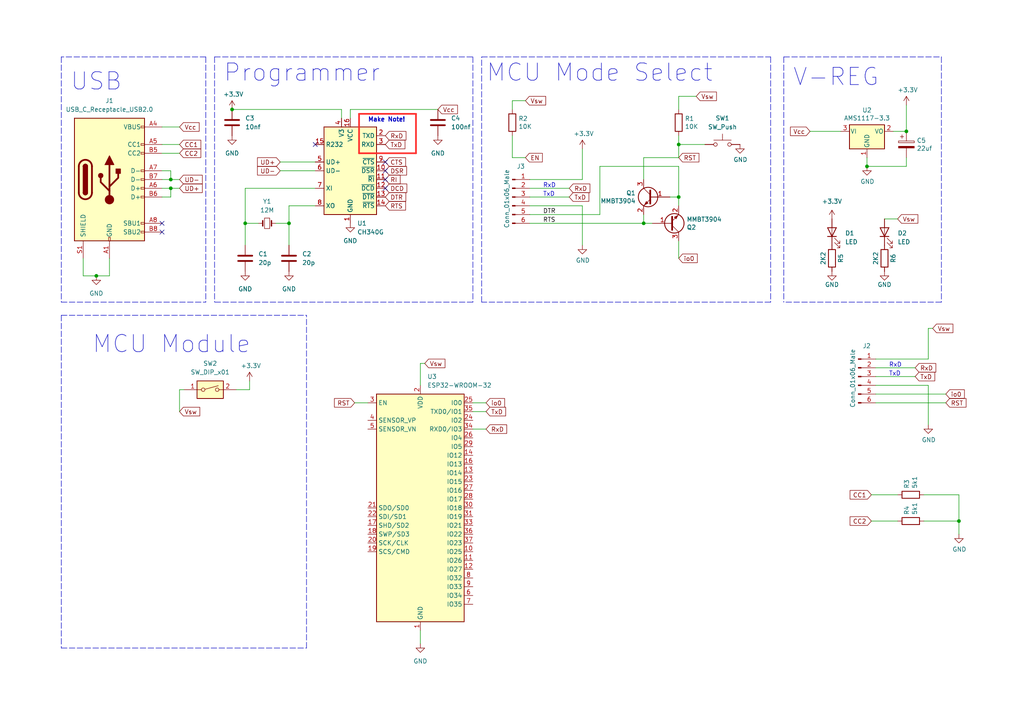
<source format=kicad_sch>
(kicad_sch (version 20211123) (generator eeschema)
  (paper "A4")
  (lib_symbols
    (symbol "Connector:Conn_01x06_Male" (pin_names (offset 1.016) hide)
      (property "Reference" "J" (at 0 7.62 0))
      (property "Value" "Conn_01x06_Male" (at 0 -10.16 0))
      (symbol "Conn_01x06_Male_1_1"
        (polyline (pts (xy 1.27 -7.62) (xy 0.8636 -7.62)) (stroke (width 0.1524)))
        (polyline (pts (xy 1.27 -5.08) (xy 0.8636 -5.08)) (stroke (width 0.1524)))
        (polyline (pts (xy 1.27 -2.54) (xy 0.8636 -2.54)) (stroke (width 0.1524)))
        (polyline (pts (xy 1.27 0) (xy 0.8636 0)) (stroke (width 0.1524)))
        (polyline (pts (xy 1.27 2.54) (xy 0.8636 2.54)) (stroke (width 0.1524)))
        (polyline (pts (xy 1.27 5.08) (xy 0.8636 5.08)) (stroke (width 0.1524)))
        (rectangle (start 0.8636 -7.493) (end 0 -7.747) (stroke (width 0.1524)) (fill (type outline)))
        (rectangle (start 0.8636 -4.953) (end 0 -5.207) (stroke (width 0.1524)) (fill (type outline)))
        (rectangle (start 0.8636 -2.413) (end 0 -2.667) (stroke (width 0.1524)) (fill (type outline)))
        (rectangle (start 0.8636 0.127) (end 0 -0.127) (stroke (width 0.1524)) (fill (type outline)))
        (rectangle (start 0.8636 2.667) (end 0 2.413) (stroke (width 0.1524)) (fill (type outline)))
        (rectangle (start 0.8636 5.207) (end 0 4.953) (stroke (width 0.1524)) (fill (type outline)))
        (pin passive line (at 5.08 5.08 180) (length 3.81) (name "Pin_1") (number "1"))
        (pin passive line (at 5.08 2.54 180) (length 3.81) (name "Pin_2") (number "2"))
        (pin passive line (at 5.08 0 180) (length 3.81) (name "Pin_3") (number "3"))
        (pin passive line (at 5.08 -2.54 180) (length 3.81) (name "Pin_4") (number "4"))
        (pin passive line (at 5.08 -5.08 180) (length 3.81) (name "Pin_5") (number "5"))
        (pin passive line (at 5.08 -7.62 180) (length 3.81) (name "Pin_6") (number "6"))
      )
    )
    (symbol "Connector:USB_C_Receptacle_USB2.0" (pin_names (offset 1.016))
      (property "Reference" "J" (at -10.16 19.05 0))
      (property "Value" "USB_C_Receptacle_USB2.0" (at 19.05 19.05 0))
      (symbol "USB_C_Receptacle_USB2.0_0_0"
        (rectangle (start -0.254 -17.78) (end 0.254 -16.764))
        (rectangle (start 10.16 -14.986) (end 9.144 -15.494))
        (rectangle (start 10.16 -12.446) (end 9.144 -12.954))
        (rectangle (start 10.16 -4.826) (end 9.144 -5.334))
        (rectangle (start 10.16 -2.286) (end 9.144 -2.794))
        (rectangle (start 10.16 0.254) (end 9.144 -0.254))
        (rectangle (start 10.16 2.794) (end 9.144 2.286))
        (rectangle (start 10.16 7.874) (end 9.144 7.366))
        (rectangle (start 10.16 10.414) (end 9.144 9.906))
        (rectangle (start 10.16 15.494) (end 9.144 14.986))
      )
      (symbol "USB_C_Receptacle_USB2.0_0_1"
        (rectangle (start -10.16 17.78) (end 10.16 -17.78) (stroke (width 0.254)) (fill (type background)))
        (arc (start -8.89 -3.81) (mid -6.985 -5.715) (end -5.08 -3.81) (stroke (width 0.508)))
        (arc (start -7.62 -3.81) (mid -6.985 -4.445) (end -6.35 -3.81) (stroke (width 0.254)))
        (arc (start -7.62 -3.81) (mid -6.985 -4.445) (end -6.35 -3.81) (stroke (width 0.254)) (fill (type outline)))
        (rectangle (start -7.62 -3.81) (end -6.35 3.81) (stroke (width 0.254)) (fill (type outline)))
        (arc (start -6.35 3.81) (mid -6.985 4.445) (end -7.62 3.81) (stroke (width 0.254)))
        (arc (start -6.35 3.81) (mid -6.985 4.445) (end -7.62 3.81) (stroke (width 0.254)) (fill (type outline)))
        (arc (start -5.08 3.81) (mid -6.985 5.715) (end -8.89 3.81) (stroke (width 0.508)))
        (circle (center -2.54 1.143) (radius 0.635) (stroke (width 0.254)) (fill (type outline)))
        (circle (center 0 -5.842) (radius 1.27) (fill (type outline)))
        (polyline (pts (xy -8.89 -3.81) (xy -8.89 3.81)) (stroke (width 0.508)))
        (polyline (pts (xy -5.08 3.81) (xy -5.08 -3.81)) (stroke (width 0.508)))
        (polyline (pts (xy 0 -5.842) (xy 0 4.318)) (stroke (width 0.508)))
        (polyline (pts (xy 0 -3.302) (xy -2.54 -0.762) (xy -2.54 0.508)) (stroke (width 0.508)))
        (polyline (pts (xy 0 -2.032) (xy 2.54 0.508) (xy 2.54 1.778)) (stroke (width 0.508)))
        (polyline (pts (xy -1.27 4.318) (xy 0 6.858) (xy 1.27 4.318) (xy -1.27 4.318)) (stroke (width 0.254)) (fill (type outline)))
        (rectangle (start 1.905 1.778) (end 3.175 3.048) (stroke (width 0.254)) (fill (type outline)))
      )
      (symbol "USB_C_Receptacle_USB2.0_1_1"
        (pin passive line (at 0 -22.86 90) (length 5.08) (name "GND") (number "A1"))
        (pin passive line (at 0 -22.86 90) (length 5.08) hide (name "GND") (number "A12"))
        (pin passive line (at 15.24 15.24 180) (length 5.08) (name "VBUS") (number "A4"))
        (pin bidirectional line (at 15.24 10.16 180) (length 5.08) (name "CC1") (number "A5"))
        (pin bidirectional line (at 15.24 -2.54 180) (length 5.08) (name "D+") (number "A6"))
        (pin bidirectional line (at 15.24 2.54 180) (length 5.08) (name "D-") (number "A7"))
        (pin bidirectional line (at 15.24 -12.7 180) (length 5.08) (name "SBU1") (number "A8"))
        (pin passive line (at 15.24 15.24 180) (length 5.08) hide (name "VBUS") (number "A9"))
        (pin passive line (at 0 -22.86 90) (length 5.08) hide (name "GND") (number "B1"))
        (pin passive line (at 0 -22.86 90) (length 5.08) hide (name "GND") (number "B12"))
        (pin passive line (at 15.24 15.24 180) (length 5.08) hide (name "VBUS") (number "B4"))
        (pin bidirectional line (at 15.24 7.62 180) (length 5.08) (name "CC2") (number "B5"))
        (pin bidirectional line (at 15.24 -5.08 180) (length 5.08) (name "D+") (number "B6"))
        (pin bidirectional line (at 15.24 0 180) (length 5.08) (name "D-") (number "B7"))
        (pin bidirectional line (at 15.24 -15.24 180) (length 5.08) (name "SBU2") (number "B8"))
        (pin passive line (at 15.24 15.24 180) (length 5.08) hide (name "VBUS") (number "B9"))
        (pin passive line (at -7.62 -22.86 90) (length 5.08) (name "SHIELD") (number "S1"))
      )
    )
    (symbol "Device:C" (pin_numbers hide) (pin_names (offset 0.254))
      (property "Reference" "C" (at 0.635 2.54 0))
      (property "Value" "C" (at 0.635 -2.54 0))
      (symbol "C_0_1"
        (polyline (pts (xy -2.032 -0.762) (xy 2.032 -0.762)) (stroke (width 0.508)))
        (polyline (pts (xy -2.032 0.762) (xy 2.032 0.762)) (stroke (width 0.508)))
      )
      (symbol "C_1_1"
        (pin passive line (at 0 3.81 270) (length 2.794) (name "~") (number "1"))
        (pin passive line (at 0 -3.81 90) (length 2.794) (name "~") (number "2"))
      )
    )
    (symbol "Device:CP" (pin_numbers hide) (pin_names (offset 0.254))
      (property "Reference" "C" (at 0.635 2.54 0))
      (property "Value" "Device_CP" (at 0.635 -2.54 0))
      (symbol "CP_0_1"
        (rectangle (start -2.286 0.508) (end 2.286 1.016))
        (polyline (pts (xy -1.778 2.286) (xy -0.762 2.286)))
        (polyline (pts (xy -1.27 2.794) (xy -1.27 1.778)))
        (rectangle (start 2.286 -0.508) (end -2.286 -1.016) (fill (type outline)))
      )
      (symbol "CP_1_1"
        (pin passive line (at 0 3.81 270) (length 2.794) (name "~") (number "1"))
        (pin passive line (at 0 -3.81 90) (length 2.794) (name "~") (number "2"))
      )
    )
    (symbol "Device:Crystal_Small" (pin_numbers hide) (pin_names (offset 1.016) hide)
      (property "Reference" "Y" (at 0 2.54 0))
      (property "Value" "Crystal_Small" (at 0 -2.54 0))
      (symbol "Crystal_Small_0_1"
        (rectangle (start -0.762 -1.524) (end 0.762 1.524))
        (polyline (pts (xy -1.27 -0.762) (xy -1.27 0.762)) (stroke (width 0.381)))
        (polyline (pts (xy 1.27 -0.762) (xy 1.27 0.762)) (stroke (width 0.381)))
      )
      (symbol "Crystal_Small_1_1"
        (pin passive line (at -2.54 0 0) (length 1.27) (name "1") (number "1"))
        (pin passive line (at 2.54 0 180) (length 1.27) (name "2") (number "2"))
      )
    )
    (symbol "Device:LED" (pin_numbers hide) (pin_names (offset 1.016) hide)
      (property "Reference" "D" (at 0 2.54 0))
      (property "Value" "LED" (at 0 -2.54 0))
      (symbol "LED_0_1"
        (polyline (pts (xy -1.27 -1.27) (xy -1.27 1.27)) (stroke (width 0.254)))
        (polyline (pts (xy -1.27 0) (xy 1.27 0)))
        (polyline (pts (xy 1.27 -1.27) (xy 1.27 1.27) (xy -1.27 0) (xy 1.27 -1.27)) (stroke (width 0.254)))
        (polyline (pts (xy -3.048 -0.762) (xy -4.572 -2.286) (xy -3.81 -2.286) (xy -4.572 -2.286) (xy -4.572 -1.524)))
        (polyline (pts (xy -1.778 -0.762) (xy -3.302 -2.286) (xy -2.54 -2.286) (xy -3.302 -2.286) (xy -3.302 -1.524)))
      )
      (symbol "LED_1_1"
        (pin passive line (at -3.81 0 0) (length 2.54) (name "K") (number "1"))
        (pin passive line (at 3.81 0 180) (length 2.54) (name "A") (number "2"))
      )
    )
    (symbol "Device:R" (pin_numbers hide) (pin_names (offset 0))
      (property "Reference" "R" (at 2.032 0 90))
      (property "Value" "R" (at 0 0 90))
      (symbol "R_0_1"
        (rectangle (start -1.016 -2.54) (end 1.016 2.54) (stroke (width 0.254)))
      )
      (symbol "R_1_1"
        (pin passive line (at 0 3.81 270) (length 1.27) (name "~") (number "1"))
        (pin passive line (at 0 -3.81 90) (length 1.27) (name "~") (number "2"))
      )
    )
    (symbol "Interface_USB:CH340G"
      (property "Reference" "U" (at -5.08 13.97 0))
      (property "Value" "CH340G" (at 1.27 13.97 0))
      (symbol "CH340G_0_1"
        (rectangle (start -7.62 12.7) (end 7.62 -12.7) (stroke (width 0.254)) (fill (type background)))
      )
      (symbol "CH340G_1_1"
        (pin power_in line (at 0 -15.24 90) (length 2.54) (name "GND") (number "1"))
        (pin input line (at 10.16 0 180) (length 2.54) (name "~{DSR}") (number "10"))
        (pin input line (at 10.16 -2.54 180) (length 2.54) (name "~{RI}") (number "11"))
        (pin input line (at 10.16 -5.08 180) (length 2.54) (name "~{DCD}") (number "12"))
        (pin output line (at 10.16 -7.62 180) (length 2.54) (name "~{DTR}") (number "13"))
        (pin output line (at 10.16 -10.16 180) (length 2.54) (name "~{RTS}") (number "14"))
        (pin input line (at -10.16 7.62 0) (length 2.54) (name "R232") (number "15"))
        (pin power_in line (at 0 15.24 270) (length 2.54) (name "VCC") (number "16"))
        (pin output line (at 10.16 10.16 180) (length 2.54) (name "TXD") (number "2"))
        (pin input line (at 10.16 7.62 180) (length 2.54) (name "RXD") (number "3"))
        (pin passive line (at -2.54 15.24 270) (length 2.54) (name "V3") (number "4"))
        (pin bidirectional line (at -10.16 2.54 0) (length 2.54) (name "UD+") (number "5"))
        (pin bidirectional line (at -10.16 0 0) (length 2.54) (name "UD-") (number "6"))
        (pin input line (at -10.16 -5.08 0) (length 2.54) (name "XI") (number "7"))
        (pin output line (at -10.16 -10.16 0) (length 2.54) (name "XO") (number "8"))
        (pin input line (at 10.16 2.54 180) (length 2.54) (name "~{CTS}") (number "9"))
      )
    )
    (symbol "RF_Module:ESP32-WROOM-32"
      (property "Reference" "U" (at -12.7 34.29 0))
      (property "Value" "ESP32-WROOM-32" (at 1.27 34.29 0))
      (symbol "ESP32-WROOM-32_0_1"
        (rectangle (start -12.7 33.02) (end 12.7 -33.02) (stroke (width 0.254)) (fill (type background)))
      )
      (symbol "ESP32-WROOM-32_1_1"
        (pin power_in line (at 0 -35.56 90) (length 2.54) (name "GND") (number "1"))
        (pin bidirectional line (at 15.24 -12.7 180) (length 2.54) (name "IO25") (number "10"))
        (pin bidirectional line (at 15.24 -15.24 180) (length 2.54) (name "IO26") (number "11"))
        (pin bidirectional line (at 15.24 -17.78 180) (length 2.54) (name "IO27") (number "12"))
        (pin bidirectional line (at 15.24 10.16 180) (length 2.54) (name "IO14") (number "13"))
        (pin bidirectional line (at 15.24 15.24 180) (length 2.54) (name "IO12") (number "14"))
        (pin passive line (at 0 -35.56 90) (length 2.54) hide (name "GND") (number "15"))
        (pin bidirectional line (at 15.24 12.7 180) (length 2.54) (name "IO13") (number "16"))
        (pin bidirectional line (at -15.24 -5.08 0) (length 2.54) (name "SHD/SD2") (number "17"))
        (pin bidirectional line (at -15.24 -7.62 0) (length 2.54) (name "SWP/SD3") (number "18"))
        (pin bidirectional line (at -15.24 -12.7 0) (length 2.54) (name "SCS/CMD") (number "19"))
        (pin power_in line (at 0 35.56 270) (length 2.54) (name "VDD") (number "2"))
        (pin bidirectional line (at -15.24 -10.16 0) (length 2.54) (name "SCK/CLK") (number "20"))
        (pin bidirectional line (at -15.24 0 0) (length 2.54) (name "SDO/SD0") (number "21"))
        (pin bidirectional line (at -15.24 -2.54 0) (length 2.54) (name "SDI/SD1") (number "22"))
        (pin bidirectional line (at 15.24 7.62 180) (length 2.54) (name "IO15") (number "23"))
        (pin bidirectional line (at 15.24 25.4 180) (length 2.54) (name "IO2") (number "24"))
        (pin bidirectional line (at 15.24 30.48 180) (length 2.54) (name "IO0") (number "25"))
        (pin bidirectional line (at 15.24 20.32 180) (length 2.54) (name "IO4") (number "26"))
        (pin bidirectional line (at 15.24 5.08 180) (length 2.54) (name "IO16") (number "27"))
        (pin bidirectional line (at 15.24 2.54 180) (length 2.54) (name "IO17") (number "28"))
        (pin bidirectional line (at 15.24 17.78 180) (length 2.54) (name "IO5") (number "29"))
        (pin input line (at -15.24 30.48 0) (length 2.54) (name "EN") (number "3"))
        (pin bidirectional line (at 15.24 0 180) (length 2.54) (name "IO18") (number "30"))
        (pin bidirectional line (at 15.24 -2.54 180) (length 2.54) (name "IO19") (number "31"))
        (pin no_connect line (at -12.7 -27.94 0) (length 2.54) hide (name "NC") (number "32"))
        (pin bidirectional line (at 15.24 -5.08 180) (length 2.54) (name "IO21") (number "33"))
        (pin bidirectional line (at 15.24 22.86 180) (length 2.54) (name "RXD0/IO3") (number "34"))
        (pin bidirectional line (at 15.24 27.94 180) (length 2.54) (name "TXD0/IO1") (number "35"))
        (pin bidirectional line (at 15.24 -7.62 180) (length 2.54) (name "IO22") (number "36"))
        (pin bidirectional line (at 15.24 -10.16 180) (length 2.54) (name "IO23") (number "37"))
        (pin passive line (at 0 -35.56 90) (length 2.54) hide (name "GND") (number "38"))
        (pin passive line (at 0 -35.56 90) (length 2.54) hide (name "GND") (number "39"))
        (pin input line (at -15.24 25.4 0) (length 2.54) (name "SENSOR_VP") (number "4"))
        (pin input line (at -15.24 22.86 0) (length 2.54) (name "SENSOR_VN") (number "5"))
        (pin input line (at 15.24 -25.4 180) (length 2.54) (name "IO34") (number "6"))
        (pin input line (at 15.24 -27.94 180) (length 2.54) (name "IO35") (number "7"))
        (pin bidirectional line (at 15.24 -20.32 180) (length 2.54) (name "IO32") (number "8"))
        (pin bidirectional line (at 15.24 -22.86 180) (length 2.54) (name "IO33") (number "9"))
      )
    )
    (symbol "Regulator_Linear:AMS1117-3.3" (pin_names (offset 0.254))
      (property "Reference" "U" (at -3.81 3.175 0))
      (property "Value" "AMS1117-3.3" (at 0 3.175 0))
      (symbol "AMS1117-3.3_0_1"
        (rectangle (start -5.08 -5.08) (end 5.08 1.905) (stroke (width 0.254)) (fill (type background)))
      )
      (symbol "AMS1117-3.3_1_1"
        (pin power_in line (at 0 -7.62 90) (length 2.54) (name "GND") (number "1"))
        (pin power_out line (at 7.62 0 180) (length 2.54) (name "VO") (number "2"))
        (pin power_in line (at -7.62 0 0) (length 2.54) (name "VI") (number "3"))
      )
    )
    (symbol "Switch:SW_DIP_x01" (pin_names (offset 0) hide)
      (property "Reference" "SW" (at 0 3.81 0))
      (property "Value" "SW_DIP_x01" (at 0 -3.81 0))
      (symbol "SW_DIP_x01_0_0"
        (circle (center -2.032 0) (radius 0.508))
        (polyline (pts (xy -1.524 0.127) (xy 2.3622 1.1684)))
        (circle (center 2.032 0) (radius 0.508))
      )
      (symbol "SW_DIP_x01_0_1"
        (rectangle (start -3.81 2.54) (end 3.81 -2.54) (stroke (width 0.254)) (fill (type background)))
      )
      (symbol "SW_DIP_x01_1_1"
        (pin passive line (at -7.62 0 0) (length 5.08) (name "~") (number "1"))
        (pin passive line (at 7.62 0 180) (length 5.08) (name "~") (number "2"))
      )
    )
    (symbol "Switch:SW_Push" (pin_numbers hide) (pin_names (offset 1.016) hide)
      (property "Reference" "SW" (at 1.27 2.54 0))
      (property "Value" "SW_Push" (at 0 -1.524 0))
      (symbol "SW_Push_0_1"
        (circle (center -2.032 0) (radius 0.508))
        (polyline (pts (xy 0 1.27) (xy 0 3.048)))
        (polyline (pts (xy 2.54 1.27) (xy -2.54 1.27)))
        (circle (center 2.032 0) (radius 0.508))
        (pin passive line (at -5.08 0 0) (length 2.54) (name "1") (number "1"))
        (pin passive line (at 5.08 0 180) (length 2.54) (name "2") (number "2"))
      )
    )
    (symbol "Transistor_BJT:MMBT3904" (pin_names (offset 0) hide)
      (property "Reference" "Q" (at 5.08 1.905 0))
      (property "Value" "MMBT3904" (at 5.08 0 0))
      (symbol "MMBT3904_0_1"
        (polyline (pts (xy 0.635 0.635) (xy 2.54 2.54)))
        (polyline (pts (xy 0.635 -0.635) (xy 2.54 -2.54) (xy 2.54 -2.54)))
        (polyline (pts (xy 0.635 1.905) (xy 0.635 -1.905) (xy 0.635 -1.905)) (stroke (width 0.508)))
        (polyline (pts (xy 1.27 -1.778) (xy 1.778 -1.27) (xy 2.286 -2.286) (xy 1.27 -1.778) (xy 1.27 -1.778)) (fill (type outline)))
        (circle (center 1.27 0) (radius 2.8194) (stroke (width 0.254)))
      )
      (symbol "MMBT3904_1_1"
        (pin input line (at -5.08 0 0) (length 5.715) (name "B") (number "1"))
        (pin passive line (at 2.54 -5.08 90) (length 2.54) (name "E") (number "2"))
        (pin passive line (at 2.54 5.08 270) (length 2.54) (name "C") (number "3"))
      )
    )
    (symbol "power:+3.3V" (power) (pin_names (offset 0))
      (property "Value" "+3.3V" (at 0 3.556 0))
      (symbol "+3.3V_0_1"
        (polyline (pts (xy -0.762 1.27) (xy 0 2.54)))
        (polyline (pts (xy 0 0) (xy 0 2.54)))
        (polyline (pts (xy 0 2.54) (xy 0.762 1.27)))
      )
      (symbol "+3.3V_1_1"
        (pin power_in line (at 0 0 90) (length 0) hide (name "+3.3V") (number "1"))
      )
    )
    (symbol "power:GND" (power) (pin_names (offset 0))
      (property "Value" "GND" (at 0 -3.81 0))
      (symbol "GND_0_1"
        (polyline (pts (xy 0 0) (xy 0 -1.27) (xy 1.27 -1.27) (xy 0 -2.54) (xy -1.27 -1.27) (xy 0 -1.27)))
      )
      (symbol "GND_1_1"
        (pin power_in line (at 0 0 270) (length 0) hide (name "GND") (number "1"))
      )
    )
  )
  (junction (at 83.82 64.77))
  (junction (at 27.94 80.01))
  (junction (at 186.69 64.77))
  (junction (at 49.53 54.61))
  (junction (at 278.13 151.13))
  (junction (at 49.53 52.07))
  (junction (at 67.31 31.75))
  (junction (at 196.85 57.15))
  (junction (at 71.12 64.77))
  (junction (at 262.89 38.1))
  (junction (at 196.85 41.91))
  (junction (at 251.46 48.26))
  (no_connect (at 91.44 41.91))
  (no_connect (at 111.76 46.99))
  (no_connect (at 111.76 49.53))
  (no_connect (at 111.76 52.07))
  (no_connect (at 111.76 54.61))
  (no_connect (at 46.99 64.77))
  (no_connect (at 46.99 67.31))
  (wire (pts (xy 83.82 64.77) (xy 83.82 71.12)))
  (polyline (pts (xy 59.69 16.51) (xy 17.78 16.51)))
  (polyline (pts (xy 62.23 16.51) (xy 62.23 87.63)))
  (polyline (pts (xy 17.78 91.44) (xy 88.9 91.44)))
  (wire (pts (xy 196.85 48.26) (xy 196.85 57.15)))
  (wire (pts (xy 173.99 48.26) (xy 196.85 48.26)))
  (wire (pts (xy 148.59 39.37) (xy 148.59 45.72)))
  (wire (pts (xy 148.59 45.72) (xy 152.4 45.72)))
  (wire (pts (xy 196.85 41.91) (xy 204.47 41.91)))
  (wire (pts (xy 269.24 123.19) (xy 269.24 111.76)))
  (wire (pts (xy 201.93 27.94) (xy 196.85 27.94)))
  (wire (pts (xy 189.23 64.77) (xy 186.69 64.77)))
  (polyline (pts (xy 223.52 16.51) (xy 223.52 87.63)))
  (polyline (pts (xy 120.65 33.02) (xy 104.14 33.02)) (stroke (width 0.5) (type solid) (color 255 48 46 1)))
  (polyline (pts (xy 17.78 91.44) (xy 17.78 187.96)))
  (wire (pts (xy 194.31 57.15) (xy 196.85 57.15)))
  (wire (pts (xy 46.99 41.91) (xy 52.07 41.91)))
  (wire (pts (xy 278.13 143.51) (xy 278.13 151.13)))
  (wire (pts (xy 254 106.68) (xy 265.43 106.68)))
  (polyline (pts (xy 17.78 187.96) (xy 88.9 187.96)))
  (wire (pts (xy 81.28 46.99) (xy 91.44 46.99)))
  (wire (pts (xy 71.12 54.61) (xy 71.12 64.77)))
  (wire (pts (xy 256.54 63.5) (xy 260.35 63.5)))
  (wire (pts (xy 99.06 34.29) (xy 99.06 31.75)))
  (wire (pts (xy 168.91 71.12) (xy 168.91 59.69)))
  (wire (pts (xy 53.34 113.03) (xy 52.07 113.03)))
  (wire (pts (xy 74.93 64.77) (xy 71.12 64.77)))
  (wire (pts (xy 46.99 44.45) (xy 52.07 44.45)))
  (polyline (pts (xy 104.14 33.02) (xy 104.14 44.45)) (stroke (width 0.5) (type solid) (color 255 48 46 1)))
  (wire (pts (xy 121.92 182.88) (xy 121.92 186.69)))
  (wire (pts (xy 99.06 31.75) (xy 67.31 31.75)))
  (wire (pts (xy 46.99 54.61) (xy 49.53 54.61)))
  (polyline (pts (xy 120.65 33.02) (xy 120.65 44.45)) (stroke (width 0.5) (type solid) (color 255 48 46 1)))
  (wire (pts (xy 262.89 48.26) (xy 251.46 48.26)))
  (wire (pts (xy 46.99 57.15) (xy 49.53 57.15)))
  (wire (pts (xy 262.89 30.48) (xy 262.89 38.1)))
  (wire (pts (xy 196.85 74.93) (xy 196.85 69.85)))
  (wire (pts (xy 278.13 151.13) (xy 278.13 154.94)))
  (wire (pts (xy 91.44 59.69) (xy 83.82 59.69)))
  (polyline (pts (xy 17.78 16.51) (xy 17.78 87.63)))
  (wire (pts (xy 49.53 49.53) (xy 49.53 52.07)))
  (wire (pts (xy 168.91 43.18) (xy 168.91 52.07)))
  (wire (pts (xy 52.07 113.03) (xy 52.07 119.38)))
  (wire (pts (xy 270.51 95.25) (xy 269.24 95.25)))
  (wire (pts (xy 49.53 52.07) (xy 52.07 52.07)))
  (wire (pts (xy 152.4 29.21) (xy 148.59 29.21)))
  (wire (pts (xy 196.85 41.91) (xy 196.85 45.72)))
  (polyline (pts (xy 59.69 16.51) (xy 59.69 87.63)))
  (wire (pts (xy 72.39 113.03) (xy 68.58 113.03)))
  (polyline (pts (xy 137.16 16.51) (xy 137.16 87.63)))
  (wire (pts (xy 72.39 110.49) (xy 72.39 113.03)))
  (polyline (pts (xy 139.7 87.63) (xy 139.7 16.51)))
  (wire (pts (xy 168.91 59.69) (xy 153.67 59.69)))
  (wire (pts (xy 186.69 45.72) (xy 186.69 52.07)))
  (wire (pts (xy 148.59 29.21) (xy 148.59 31.75)))
  (wire (pts (xy 137.16 119.38) (xy 140.97 119.38)))
  (wire (pts (xy 46.99 36.83) (xy 52.07 36.83)))
  (wire (pts (xy 80.01 64.77) (xy 83.82 64.77)))
  (wire (pts (xy 252.73 143.51) (xy 260.35 143.51)))
  (wire (pts (xy 123.19 105.41) (xy 121.92 105.41)))
  (wire (pts (xy 101.6 31.75) (xy 101.6 34.29)))
  (polyline (pts (xy 227.33 16.51) (xy 273.05 16.51)))
  (wire (pts (xy 269.24 95.25) (xy 269.24 104.14)))
  (wire (pts (xy 267.97 151.13) (xy 278.13 151.13)))
  (wire (pts (xy 153.67 57.15) (xy 165.1 57.15)))
  (wire (pts (xy 46.99 49.53) (xy 49.53 49.53)))
  (wire (pts (xy 173.99 48.26) (xy 173.99 62.23)))
  (wire (pts (xy 81.28 49.53) (xy 91.44 49.53)))
  (polyline (pts (xy 137.16 87.63) (xy 62.23 87.63)))
  (wire (pts (xy 269.24 111.76) (xy 254 111.76)))
  (wire (pts (xy 83.82 59.69) (xy 83.82 64.77)))
  (wire (pts (xy 251.46 48.26) (xy 251.46 45.72)))
  (wire (pts (xy 262.89 45.72) (xy 262.89 48.26)))
  (wire (pts (xy 186.69 64.77) (xy 186.69 62.23)))
  (wire (pts (xy 168.91 52.07) (xy 153.67 52.07)))
  (wire (pts (xy 269.24 104.14) (xy 254 104.14)))
  (wire (pts (xy 254 109.22) (xy 265.43 109.22)))
  (wire (pts (xy 101.6 31.75) (xy 127 31.75)))
  (wire (pts (xy 137.16 124.46) (xy 140.97 124.46)))
  (polyline (pts (xy 227.33 16.51) (xy 227.33 87.63)))
  (wire (pts (xy 137.16 116.84) (xy 140.97 116.84)))
  (wire (pts (xy 49.53 57.15) (xy 49.53 54.61)))
  (wire (pts (xy 24.13 74.93) (xy 24.13 80.01)))
  (wire (pts (xy 267.97 143.51) (xy 278.13 143.51)))
  (wire (pts (xy 31.75 74.93) (xy 31.75 80.01)))
  (wire (pts (xy 46.99 52.07) (xy 49.53 52.07)))
  (polyline (pts (xy 139.7 16.51) (xy 223.52 16.51)))
  (wire (pts (xy 196.85 57.15) (xy 196.85 59.69)))
  (polyline (pts (xy 223.52 87.63) (xy 139.7 87.63)))
  (wire (pts (xy 121.92 105.41) (xy 121.92 111.76)))
  (wire (pts (xy 252.73 151.13) (xy 260.35 151.13)))
  (wire (pts (xy 153.67 54.61) (xy 165.1 54.61)))
  (wire (pts (xy 27.94 80.01) (xy 31.75 80.01)))
  (polyline (pts (xy 88.9 187.96) (xy 88.9 91.44)))
  (wire (pts (xy 24.13 80.01) (xy 27.94 80.01)))
  (wire (pts (xy 153.67 64.77) (xy 186.69 64.77)))
  (wire (pts (xy 49.53 54.61) (xy 52.07 54.61)))
  (wire (pts (xy 259.08 38.1) (xy 262.89 38.1)))
  (polyline (pts (xy 62.23 16.51) (xy 137.16 16.51)))
  (wire (pts (xy 153.67 62.23) (xy 173.99 62.23)))
  (polyline (pts (xy 273.05 16.51) (xy 273.05 87.63)))
  (wire (pts (xy 196.85 27.94) (xy 196.85 31.75)))
  (wire (pts (xy 196.85 45.72) (xy 186.69 45.72)))
  (wire (pts (xy 71.12 54.61) (xy 91.44 54.61)))
  (wire (pts (xy 234.95 38.1) (xy 243.84 38.1)))
  (polyline (pts (xy 273.05 87.63) (xy 227.33 87.63)))
  (polyline (pts (xy 17.78 87.63) (xy 59.69 87.63)))
  (polyline (pts (xy 104.14 44.45) (xy 120.65 44.45)) (stroke (width 0.5) (type solid) (color 255 48 46 1)))
  (wire (pts (xy 254 114.3) (xy 274.32 114.3)))
  (wire (pts (xy 196.85 39.37) (xy 196.85 41.91)))
  (wire (pts (xy 102.87 116.84) (xy 106.68 116.84)))
  (wire (pts (xy 254 116.84) (xy 274.32 116.84)))
  (wire (pts (xy 71.12 64.77) (xy 71.12 71.12)))
  (text "RxD" (at 157.48 54.61 0) (effects (font (size 1.27 1.27)) (justify left bottom)))
  (text "Make Note!" (at 106.68 35.56 0) (effects (font (size 1.27 1.27) (thickness 0.254) bold) (justify left bottom)))
  (text "V-REG" (at 229.87 25.4 0) (effects (font (size 5 5)) (justify left bottom)))
  (text "TxD" (at 157.48 57.15 0) (effects (font (size 1.27 1.27)) (justify left bottom)))
  (text "USB" (at 20.32 26.67 0) (effects (font (size 5 5)) (justify left bottom)))
  (text "MCU Mode Select" (at 140.97 24.13 0) (effects (font (size 5.0038 5.0038)) (justify left bottom)))
  (text "TxD" (at 257.81 109.22 0) (effects (font (size 1.27 1.27)) (justify left bottom)))
  (text "RxD" (at 257.81 106.68 0) (effects (font (size 1.27 1.27)) (justify left bottom)))
  (text "MCU Module" (at 26.67 102.87 0) (effects (font (size 5.0038 5.0038)) (justify left bottom)))
  (text "Programmer" (at 64.77 24.13 0) (effects (font (size 5 5)) (justify left bottom)))
  (label "DTR" (at 157.48 62.23 0))
  (label "RTS" (at 157.48 64.77 0))
  (global_label "EN" (shape input) (at 152.4 45.72 0) (property "Intersheet References" "${INTERSHEET_REFS}" (effects hide)))
  (global_label "RxD" (shape input) (at 265.43 106.68 0) (property "Intersheet References" "${INTERSHEET_REFS}" (effects hide)))
  (global_label "RxD" (shape input) (at 165.1 54.61 0) (property "Intersheet References" "${INTERSHEET_REFS}" (effects hide)))
  (global_label "CC2" (shape input) (at 252.73 151.13 180) (property "Intersheet References" "${INTERSHEET_REFS}" (effects hide)))
  (global_label "CC1" (shape input) (at 252.73 143.51 180) (property "Intersheet References" "${INTERSHEET_REFS}" (effects hide)))
  (global_label "RST" (shape input) (at 274.32 116.84 0) (property "Intersheet References" "${INTERSHEET_REFS}" (effects hide)))
  (global_label "TxD" (shape input) (at 140.97 119.38 0) (property "Intersheet References" "${INTERSHEET_REFS}" (effects hide)))
  (global_label "Vcc" (shape input) (at 127 31.75 0) (property "Intersheet References" "${INTERSHEET_REFS}" (effects hide)))
  (global_label "io0" (shape input) (at 274.32 114.3 0) (property "Intersheet References" "${INTERSHEET_REFS}" (effects hide)))
  (global_label "Vsw" (shape input) (at 201.93 27.94 0) (property "Intersheet References" "${INTERSHEET_REFS}" (effects hide)))
  (global_label "DSR" (shape input) (at 111.76 49.53 0) (property "Intersheet References" "${INTERSHEET_REFS}" (effects hide)))
  (global_label "CC2" (shape input) (at 52.07 44.45 0) (property "Intersheet References" "${INTERSHEET_REFS}" (effects hide)))
  (global_label "Vsw" (shape input) (at 270.51 95.25 0) (property "Intersheet References" "${INTERSHEET_REFS}" (effects hide)))
  (global_label "Vsw" (shape input) (at 152.4 29.21 0) (property "Intersheet References" "${INTERSHEET_REFS}" (effects hide)))
  (global_label "CTS" (shape input) (at 111.76 46.99 0) (property "Intersheet References" "${INTERSHEET_REFS}" (effects hide)))
  (global_label "DCD" (shape input) (at 111.76 54.61 0) (property "Intersheet References" "${INTERSHEET_REFS}" (effects hide)))
  (global_label "RST" (shape input) (at 196.85 45.72 0) (property "Intersheet References" "${INTERSHEET_REFS}" (effects hide)))
  (global_label "UD+" (shape input) (at 52.07 54.61 0) (property "Intersheet References" "${INTERSHEET_REFS}" (effects hide)))
  (global_label "RTS" (shape input) (at 111.76 59.69 0) (property "Intersheet References" "${INTERSHEET_REFS}" (effects hide)))
  (global_label "RxD" (shape input) (at 111.76 39.37 0) (property "Intersheet References" "${INTERSHEET_REFS}" (effects hide)))
  (global_label "Vcc" (shape input) (at 234.95 38.1 180) (property "Intersheet References" "${INTERSHEET_REFS}" (effects hide)))
  (global_label "io0" (shape input) (at 140.97 116.84 0) (property "Intersheet References" "${INTERSHEET_REFS}" (effects hide)))
  (global_label "Vsw" (shape input) (at 52.07 119.38 0) (property "Intersheet References" "${INTERSHEET_REFS}" (effects hide)))
  (global_label "UD+" (shape input) (at 81.28 46.99 180) (property "Intersheet References" "${INTERSHEET_REFS}" (effects hide)))
  (global_label "UD-" (shape input) (at 52.07 52.07 0) (property "Intersheet References" "${INTERSHEET_REFS}" (effects hide)))
  (global_label "io0" (shape input) (at 196.85 74.93 0) (property "Intersheet References" "${INTERSHEET_REFS}" (effects hide)))
  (global_label "TxD" (shape input) (at 165.1 57.15 0) (property "Intersheet References" "${INTERSHEET_REFS}" (effects hide)))
  (global_label "RST" (shape input) (at 102.87 116.84 180) (property "Intersheet References" "${INTERSHEET_REFS}" (effects hide)))
  (global_label "RxD" (shape input) (at 140.97 124.46 0) (property "Intersheet References" "${INTERSHEET_REFS}" (effects hide)))
  (global_label "Vsw" (shape input) (at 123.19 105.41 0) (property "Intersheet References" "${INTERSHEET_REFS}" (effects hide)))
  (global_label "TxD" (shape input) (at 111.76 41.91 0) (property "Intersheet References" "${INTERSHEET_REFS}" (effects hide)))
  (global_label "RI" (shape input) (at 111.76 52.07 0) (property "Intersheet References" "${INTERSHEET_REFS}" (effects hide)))
  (global_label "UD-" (shape input) (at 81.28 49.53 180) (property "Intersheet References" "${INTERSHEET_REFS}" (effects hide)))
  (global_label "Vsw" (shape input) (at 260.35 63.5 0) (property "Intersheet References" "${INTERSHEET_REFS}" (effects hide)))
  (global_label "DTR" (shape input) (at 111.76 57.15 0) (property "Intersheet References" "${INTERSHEET_REFS}" (effects hide)))
  (global_label "CC1" (shape input) (at 52.07 41.91 0) (property "Intersheet References" "${INTERSHEET_REFS}" (effects hide)))
  (global_label "Vcc" (shape input) (at 52.07 36.83 0) (property "Intersheet References" "${INTERSHEET_REFS}" (effects hide)))
  (global_label "TxD" (shape input) (at 265.43 109.22 0) (property "Intersheet References" "${INTERSHEET_REFS}" (effects hide)))
  (symbol (lib_id "Device:R") (at 148.59 35.56 0) (unit 1) (in_bom no) (on_board no)
    (property "Reference" "R2" (at 150.368 34.3916 0) (effects (justify left)))
    (property "Value" "10K" (at 150.368 36.703 0) (effects (justify left)))
    (property "Footprint" "Tinker:R_0603_1608Metric_Pad0.98x0.95mm_HandSolder" (effects hide))
  )
  (symbol (lib_id "power:GND") (at 83.82 78.74 0) (unit 1)
    (property "Reference" "#PWR0112" (effects hide))
    (property "Value" "GND" (at 83.82 83.82 0))
  )
  (symbol (lib_id "power:GND") (at 278.13 154.94 0) (unit 1)
    (property "Reference" "#PWR0117" (effects hide))
    (property "Value" "GND" (at 278.257 159.3342 0))
  )
  (symbol (lib_id "power:GND") (at 214.63 41.91 0) (unit 1)
    (property "Reference" "#PWR0105" (effects hide))
    (property "Value" "GND" (at 214.757 46.3042 0))
  )
  (symbol (lib_id "Connector:USB_C_Receptacle_USB2.0") (at 31.75 52.07 0) (unit 1)
    (property "Reference" "J1" (at 31.75 29.21 0))
    (property "Value" "USB_C_Receptacle_USB2.0" (at 31.75 31.75 0))
    (property "Footprint" "Tinker:USB_C_Receptacle_HRO_TYPE-C-31-M-12" (effects hide))
    (property "Datasheet" "https://www.usb.org/sites/default/files/documents/usb_type-c.zip" (effects hide))
  )
  (symbol (lib_id "power:GND") (at 168.91 71.12 0) (unit 1)
    (property "Reference" "#PWR0101" (effects hide))
    (property "Value" "GND" (at 169.037 75.5142 0))
  )
  (symbol (lib_id "Device:LED") (at 256.54 67.31 90) (unit 1)
    (property "Reference" "D2" (at 260.35 67.6274 90) (effects (justify right)))
    (property "Value" "LED" (at 260.35 70.1674 90) (effects (justify right)))
    (property "Footprint" "LED_SMD:LED_0805_2012Metric_Pad1.15x1.40mm_HandSolder" (effects hide))
  )
  (symbol (lib_id "power:GND") (at 256.54 78.74 0) (unit 1)
    (property "Reference" "#PWR0104" (effects hide))
    (property "Value" "GND" (at 256.54 82.55 0))
  )
  (symbol (lib_id "power:GND") (at 251.46 48.26 0) (unit 1)
    (property "Reference" "#PWR0107" (effects hide))
    (property "Value" "GND" (at 251.587 52.6542 0))
  )
  (symbol (lib_id "Switch:SW_Push") (at 209.55 41.91 0) (unit 1)
    (property "Reference" "SW1" (at 209.55 34.29 0))
    (property "Value" "SW_Push" (at 209.55 36.83 0))
    (property "Footprint" "Tinker:SW_Push_TS273014TP" (effects hide))
    (property "LCSC" "C2858276" (effects hide))
  )
  (symbol (lib_id "Device:C") (at 127 35.56 0) (unit 1)
    (property "Reference" "C4" (at 130.81 34.2899 0) (effects (justify left)))
    (property "Value" "100nf" (at 130.81 36.8299 0) (effects (justify left)))
    (property "Footprint" "Tinker:C_0603_1608Metric_Pad1.08x0.95mm_HandSolder" (effects hide))
    (property "LCSC" "C235731" (effects hide))
  )
  (symbol (lib_id "power:GND") (at 121.92 186.69 0) (unit 1)
    (property "Reference" "#PWR0106" (effects hide))
    (property "Value" "GND" (at 121.92 191.77 0))
  )
  (symbol (lib_id "Connector:Conn_01x06_Male") (at 248.92 109.22 0) (unit 1) (in_bom no) (on_board no)
    (property "Reference" "J2" (at 250.19 100.33 0) (effects (justify left)))
    (property "Value" "Conn_01x06_Male" (at 247.3198 118.2624 90) (effects (justify left)))
    (property "Footprint" "Tinker:PinHeader_1x06_P2.54mm_Vertical" (effects hide))
  )
  (symbol (lib_id "power:+3.3V") (at 168.91 43.18 0) (unit 1)
    (property "Reference" "#PWR0102" (effects hide))
    (property "Value" "+3.3V" (at 169.291 38.7858 0))
  )
  (symbol (lib_id "power:+3.3V") (at 72.39 110.49 0) (unit 1)
    (property "Reference" "#PWR0114" (effects hide))
    (property "Value" "+3.3V" (at 72.771 106.0958 0))
  )
  (symbol (lib_id "power:GND") (at 269.24 123.19 0) (unit 1)
    (property "Reference" "#PWR0118" (effects hide))
    (property "Value" "GND" (at 269.367 127.5842 0))
  )
  (symbol (lib_id "Device:R") (at 264.16 143.51 90) (unit 1)
    (property "Reference" "R3" (at 262.9916 141.732 0) (effects (justify left)))
    (property "Value" "5k1" (at 265.303 141.732 0) (effects (justify left)))
    (property "Footprint" "Tinker:R_0603_1608Metric_Pad0.98x0.95mm_HandSolder" (effects hide))
  )
  (symbol (lib_id "Device:R") (at 256.54 74.93 0) (unit 1)
    (property "Reference" "R6" (at 259.08 74.93 90))
    (property "Value" "2K2" (at 254 74.93 90))
    (property "Footprint" "Tinker:R_0603_1608Metric_Pad0.98x0.95mm_HandSolder" (effects hide))
  )
  (symbol (lib_id "power:GND") (at 241.3 78.74 0) (unit 1)
    (property "Reference" "#PWR0119" (effects hide))
    (property "Value" "GND" (at 241.3 82.55 0))
  )
  (symbol (lib_id "power:GND") (at 71.12 78.74 0) (unit 1)
    (property "Reference" "#PWR0111" (effects hide))
    (property "Value" "GND" (at 71.12 83.82 0))
  )
  (symbol (lib_id "Device:C") (at 67.31 35.56 0) (unit 1)
    (property "Reference" "C3" (at 71.12 34.2899 0) (effects (justify left)))
    (property "Value" "10nf" (at 71.12 36.8299 0) (effects (justify left)))
    (property "Footprint" "Tinker:C_0603_1608Metric_Pad1.08x0.95mm_HandSolder" (effects hide))
    (property "LCSC" "C161232" (effects hide))
  )
  (symbol (lib_id "power:+3.3V") (at 67.31 31.75 0) (unit 1)
    (property "Reference" "#PWR0115" (effects hide))
    (property "Value" "+3.3V" (at 67.691 27.3558 0))
  )
  (symbol (lib_id "Device:C") (at 83.82 74.93 0) (unit 1)
    (property "Reference" "C2" (at 87.63 73.6599 0) (effects (justify left)))
    (property "Value" "20p" (at 87.63 76.1999 0) (effects (justify left)))
    (property "Footprint" "Tinker:C_0603_1608Metric_Pad1.08x0.95mm_HandSolder" (effects hide))
    (property "LCSC" "C408549 (20pf C325469)" (effects hide))
  )
  (symbol (lib_id "Device:C") (at 71.12 74.93 0) (unit 1)
    (property "Reference" "C1" (at 74.93 73.6599 0) (effects (justify left)))
    (property "Value" "20p" (at 74.93 76.1999 0) (effects (justify left)))
    (property "Footprint" "Tinker:C_0603_1608Metric_Pad1.08x0.95mm_HandSolder" (effects hide))
    (property "LCSC" "C408549 (20pf C325469)" (effects hide))
  )
  (symbol (lib_id "Device:R") (at 241.3 74.93 0) (unit 1)
    (property "Reference" "R5" (at 243.84 74.93 90))
    (property "Value" "2K2" (at 238.76 74.93 90))
    (property "Footprint" "Tinker:R_0603_1608Metric_Pad0.98x0.95mm_HandSolder" (effects hide))
  )
  (symbol (lib_id "RF_Module:ESP32-WROOM-32") (at 121.92 147.32 0) (unit 1)
    (property "Reference" "U3" (at 123.9394 109.22 0) (effects (justify left)))
    (property "Value" "ESP32-WROOM-32" (at 123.9394 111.76 0) (effects (justify left)))
    (property "Footprint" "Tinker:ESP32-WROOM-32 (FlexyPin)" (effects hide))
    (property "Datasheet" "https://www.espressif.com/sites/default/files/documentation/esp32-wroom-32_datasheet_en.pdf" (effects hide))
  )
  (symbol (lib_id "power:+3.3V") (at 262.89 30.48 0) (unit 1)
    (property "Reference" "#PWR0110" (effects hide))
    (property "Value" "+3.3V" (at 263.271 26.0858 0))
  )
  (symbol (lib_id "Regulator_Linear:AMS1117-3.3") (at 251.46 38.1 0) (unit 1)
    (property "Reference" "U2" (at 251.46 31.9532 0))
    (property "Value" "AMS1117-3.3" (at 251.46 34.2646 0))
    (property "Footprint" "Package_TO_SOT_SMD:SOT-223-3_TabPin2" (effects hide))
    (property "Datasheet" "http://www.advanced-monolithic.com/pdf/ds1117.pdf" (effects hide))
  )
  (symbol (lib_id "power:GND") (at 27.94 80.01 0) (unit 1)
    (property "Reference" "#PWR0113" (effects hide))
    (property "Value" "GND" (at 27.94 85.09 0))
  )
  (symbol (lib_id "Transistor_BJT:MMBT3904") (at 189.23 57.15 0) (mirror y) (unit 1)
    (property "Reference" "Q1" (at 184.3786 55.9816 0) (effects (justify left)))
    (property "Value" "MMBT3904" (at 184.3786 58.293 0) (effects (justify left)))
    (property "Footprint" "Package_TO_SOT_SMD:SOT-23_Handsoldering" (effects hide))
    (property "Datasheet" "https://www.fairchildsemi.com/datasheets/2N/2N3904.pdf" (effects hide))
  )
  (symbol (lib_id "Device:CP") (at 262.89 41.91 0) (unit 1)
    (property "Reference" "C5" (at 265.8872 40.7416 0) (effects (justify left)))
    (property "Value" "22uf" (at 265.8872 43.053 0) (effects (justify left)))
    (property "Footprint" "Capacitor_Tantalum_SMD:CP_EIA-6032-28_Kemet-C_Pad2.25x2.35mm_HandSolder" (effects hide))
    (property "Datasheet" "http://datasheets.avx.com/TAJ.pdf" (effects hide))
    (property "P/N" "TAJB226M010RNJ" (effects hide))
  )
  (symbol (lib_id "Device:R") (at 264.16 151.13 90) (unit 1)
    (property "Reference" "R4" (at 262.9916 149.352 0) (effects (justify left)))
    (property "Value" "5k1" (at 265.303 149.352 0) (effects (justify left)))
    (property "Footprint" "Tinker:R_0603_1608Metric_Pad0.98x0.95mm_HandSolder" (effects hide))
  )
  (symbol (lib_id "power:GND") (at 67.31 39.37 0) (unit 1)
    (property "Reference" "#PWR0116" (effects hide))
    (property "Value" "GND" (at 67.31 44.45 0))
  )
  (symbol (lib_id "Device:R") (at 196.85 35.56 0) (unit 1)
    (property "Reference" "R1" (at 198.628 34.3916 0) (effects (justify left)))
    (property "Value" "10K" (at 198.628 36.703 0) (effects (justify left)))
    (property "Footprint" "Tinker:R_0603_1608Metric_Pad0.98x0.95mm_HandSolder" (effects hide))
  )
  (symbol (lib_id "Interface_USB:CH340G") (at 101.6 49.53 0) (unit 1)
    (property "Reference" "U1" (at 103.6194 64.77 0) (effects (justify left)))
    (property "Value" "CH340G" (at 103.6194 67.31 0) (effects (justify left)))
    (property "Footprint" "Package_SO:SOIC-16_3.9x9.9mm_P1.27mm" (effects hide))
    (property "Datasheet" "http://www.datasheet5.com/pdf-local-2195953" (effects hide))
    (property "LCSC" "C14267" (effects hide))
  )
  (symbol (lib_id "power:GND") (at 127 39.37 0) (unit 1)
    (property "Reference" "#PWR0108" (effects hide))
    (property "Value" "GND" (at 127 44.45 0))
  )
  (symbol (lib_id "Connector:Conn_01x06_Male") (at 148.59 57.15 0) (unit 1) (in_bom no) (on_board no)
    (property "Reference" "J3" (at 149.86 48.26 0) (effects (justify left)))
    (property "Value" "Conn_01x06_Male" (at 146.9898 66.1924 90) (effects (justify left)))
    (property "Footprint" "Connector_PinHeader_2.54mm:PinHeader_1x06_P2.54mm_Vertical" (effects hide))
  )
  (symbol (lib_id "power:GND") (at 101.6 64.77 0) (unit 1)
    (property "Reference" "#PWR0109" (effects hide))
    (property "Value" "GND" (at 101.6 69.85 0))
  )
  (symbol (lib_id "power:+3.3V") (at 241.3 63.5 0) (unit 1)
    (property "Reference" "#PWR0103" (effects hide))
    (property "Value" "+3.3V" (at 241.3 58.42 0))
  )
  (symbol (lib_id "Device:LED") (at 241.3 67.31 90) (unit 1)
    (property "Reference" "D1" (at 245.11 67.6274 90) (effects (justify right)))
    (property "Value" "LED" (at 245.11 70.1674 90) (effects (justify right)))
    (property "Footprint" "LED_SMD:LED_0805_2012Metric_Pad1.15x1.40mm_HandSolder" (effects hide))
  )
  (symbol (lib_id "Transistor_BJT:MMBT3904") (at 194.31 64.77 0) (mirror x) (unit 1)
    (property "Reference" "Q2" (at 199.1614 65.9384 0) (effects (justify left)))
    (property "Value" "MMBT3904" (at 199.1614 63.627 0) (effects (justify left)))
    (property "Footprint" "Package_TO_SOT_SMD:SOT-23_Handsoldering" (effects hide))
    (property "Datasheet" "https://www.fairchildsemi.com/datasheets/2N/2N3904.pdf" (effects hide))
  )
  (symbol (lib_id "Switch:SW_DIP_x01") (at 60.96 113.03 0) (unit 1)
    (property "Reference" "SW2" (at 60.96 105.41 0))
    (property "Value" "SW_DIP_x01" (at 60.96 107.95 0))
    (property "Footprint" "Tinker:SW_DIP_SPSTx01_Slide_6.7x4.1mm_W7.62mm_P2.54mm_LowProfile" (effects hide))
  )
  (symbol (lib_id "Device:Crystal_Small") (at 77.47 64.77 0) (unit 1)
    (property "Reference" "Y1" (at 77.47 58.42 0))
    (property "Value" "12M" (at 77.47 60.96 0))
    (property "Footprint" "Crystal:Crystal_SMD_5032-2Pin_5.0x3.2mm" (effects hide))
    (property "LCSC" "C2842275" (effects hide))
  )
)
</source>
